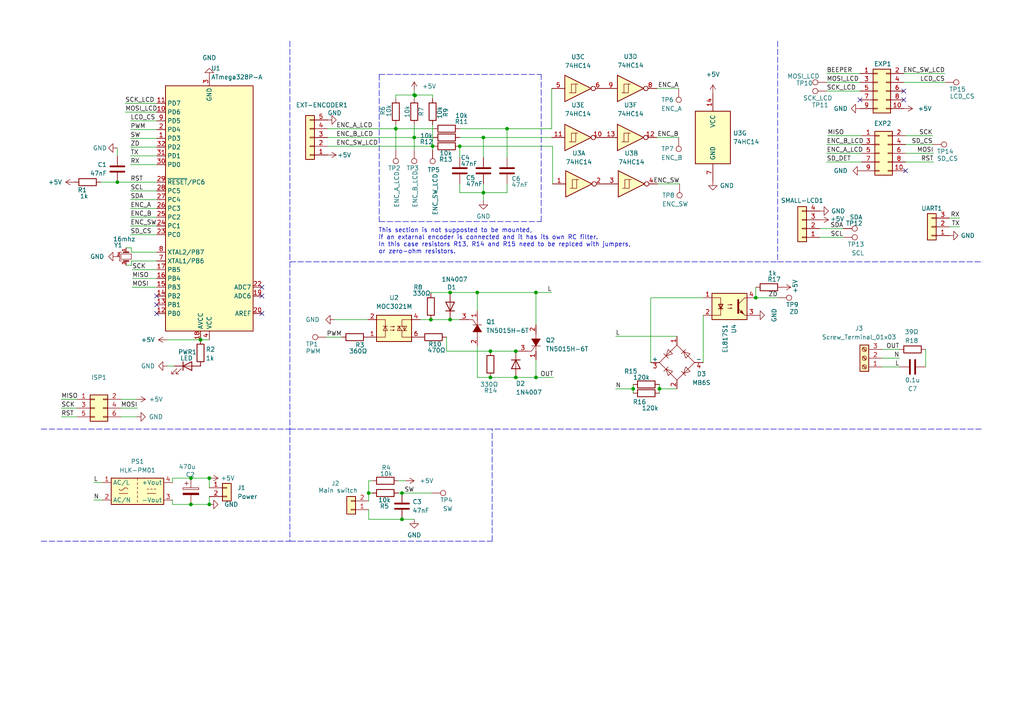
<source format=kicad_sch>
(kicad_sch (version 20211123) (generator eeschema)
  (paper "A4")
  (title_block (title "AVR Spotter shematic") (date "2022-10-09") (rev "1.1"))
  (lib_symbols
    (symbol "74xx:74HC14" (pin_names (offset 1.016))
      (property "Reference" "U" (at 0 1.27 0))
      (property "Value" "74HC14" (at 0 -1.27 0))
      (symbol "74HC14_1_0"
        (pin input line (at -7.62 0 0) (length 3.81) (name "~") (number "1"))
        (pin output inverted (at 7.62 0 180) (length 3.81) (name "~") (number "2"))
      )
      (symbol "74HC14_2_0"
        (pin input line (at -7.62 0 0) (length 3.81) (name "~") (number "3"))
        (pin output inverted (at 7.62 0 180) (length 3.81) (name "~") (number "4"))
      )
      (symbol "74HC14_3_0"
        (pin input line (at -7.62 0 0) (length 3.81) (name "~") (number "5"))
        (pin output inverted (at 7.62 0 180) (length 3.81) (name "~") (number "6"))
      )
      (symbol "74HC14_4_0"
        (pin output inverted (at 7.62 0 180) (length 3.81) (name "~") (number "8"))
        (pin input line (at -7.62 0 0) (length 3.81) (name "~") (number "9"))
      )
      (symbol "74HC14_5_0"
        (pin output inverted (at 7.62 0 180) (length 3.81) (name "~") (number "10"))
        (pin input line (at -7.62 0 0) (length 3.81) (name "~") (number "11"))
      )
      (symbol "74HC14_6_0"
        (pin output inverted (at 7.62 0 180) (length 3.81) (name "~") (number "12"))
        (pin input line (at -7.62 0 0) (length 3.81) (name "~") (number "13"))
      )
      (symbol "74HC14_7_0"
        (pin power_in line (at 0 12.7 270) (length 5.08) (name "VCC") (number "14"))
        (pin power_in line (at 0 -12.7 90) (length 5.08) (name "GND") (number "7"))
      )
    )
    (symbol "Connector:Screw_Terminal_01x03" (pin_names (offset 1.016) hide)
      (property "Reference" "J" (at 0 5.08 0))
      (property "Value" "Screw_Terminal_01x03" (at 0 -5.08 0))
      (symbol "Screw_Terminal_01x03_1_1"
        (pin passive line (at -5.08 2.54 0) (length 3.81) (name "Pin_1") (number "1"))
        (pin passive line (at -5.08 0 0) (length 3.81) (name "Pin_2") (number "2"))
        (pin passive line (at -5.08 -2.54 0) (length 3.81) (name "Pin_3") (number "3"))
      )
    )
    (symbol "Connector:TestPoint" (pin_numbers hide) (pin_names (offset 0.762) hide)
      (property "Reference" "TP" (at 0 6.858 0))
      (property "Value" "TestPoint" (at 0 5.08 0))
      (symbol "TestPoint_1_1"
        (pin passive line (at 0 0 90) (length 2.54) (name "1") (number "1"))
      )
    )
    (symbol "Connector_Generic:Conn_01x02" (pin_names (offset 1.016) hide)
      (property "Reference" "J" (at 0 2.54 0))
      (property "Value" "Conn_01x02" (at 0 -5.08 0))
      (symbol "Conn_01x02_1_1"
        (pin passive line (at -5.08 0 0) (length 3.81) (name "Pin_1") (number "1"))
        (pin passive line (at -5.08 -2.54 0) (length 3.81) (name "Pin_2") (number "2"))
      )
    )
    (symbol "Connector_Generic:Conn_01x03" (pin_names (offset 1.016) hide)
      (property "Reference" "J" (at 0 5.08 0))
      (property "Value" "Conn_01x03" (at 0 -5.08 0))
      (symbol "Conn_01x03_1_1"
        (pin passive line (at -5.08 2.54 0) (length 3.81) (name "Pin_1") (number "1"))
        (pin passive line (at -5.08 0 0) (length 3.81) (name "Pin_2") (number "2"))
        (pin passive line (at -5.08 -2.54 0) (length 3.81) (name "Pin_3") (number "3"))
      )
    )
    (symbol "Connector_Generic:Conn_01x04" (pin_names (offset 1.016) hide)
      (property "Reference" "J" (at 0 5.08 0))
      (property "Value" "Conn_01x04" (at 0 -7.62 0))
      (symbol "Conn_01x04_1_1"
        (pin passive line (at -5.08 2.54 0) (length 3.81) (name "Pin_1") (number "1"))
        (pin passive line (at -5.08 0 0) (length 3.81) (name "Pin_2") (number "2"))
        (pin passive line (at -5.08 -2.54 0) (length 3.81) (name "Pin_3") (number "3"))
        (pin passive line (at -5.08 -5.08 0) (length 3.81) (name "Pin_4") (number "4"))
      )
    )
    (symbol "Connector_Generic:Conn_01x05" (pin_names (offset 1.016) hide)
      (property "Reference" "J" (at 0 7.62 0))
      (property "Value" "Conn_01x05" (at 0 -7.62 0))
      (symbol "Conn_01x05_1_1"
        (pin passive line (at -5.08 5.08 0) (length 3.81) (name "Pin_1") (number "1"))
        (pin passive line (at -5.08 2.54 0) (length 3.81) (name "Pin_2") (number "2"))
        (pin passive line (at -5.08 0 0) (length 3.81) (name "Pin_3") (number "3"))
        (pin passive line (at -5.08 -2.54 0) (length 3.81) (name "Pin_4") (number "4"))
        (pin passive line (at -5.08 -5.08 0) (length 3.81) (name "Pin_5") (number "5"))
      )
    )
    (symbol "Connector_Generic:Conn_02x03_Odd_Even" (pin_names (offset 1.016) hide)
      (property "Reference" "J" (at 1.27 5.08 0))
      (property "Value" "Conn_02x03_Odd_Even" (at 1.27 -5.08 0))
      (symbol "Conn_02x03_Odd_Even_1_1"
        (pin passive line (at -5.08 2.54 0) (length 3.81) (name "Pin_1") (number "1"))
        (pin passive line (at 7.62 2.54 180) (length 3.81) (name "Pin_2") (number "2"))
        (pin passive line (at -5.08 0 0) (length 3.81) (name "Pin_3") (number "3"))
        (pin passive line (at 7.62 0 180) (length 3.81) (name "Pin_4") (number "4"))
        (pin passive line (at -5.08 -2.54 0) (length 3.81) (name "Pin_5") (number "5"))
        (pin passive line (at 7.62 -2.54 180) (length 3.81) (name "Pin_6") (number "6"))
      )
    )
    (symbol "Connector_Generic:Conn_02x05_Odd_Even" (pin_names (offset 1.016) hide)
      (property "Reference" "J" (at 1.27 7.62 0))
      (property "Value" "Conn_02x05_Odd_Even" (at 1.27 -7.62 0))
      (symbol "Conn_02x05_Odd_Even_1_1"
        (pin passive line (at -5.08 5.08 0) (length 3.81) (name "Pin_1") (number "1"))
        (pin passive line (at 7.62 -5.08 180) (length 3.81) (name "Pin_10") (number "10"))
        (pin passive line (at 7.62 5.08 180) (length 3.81) (name "Pin_2") (number "2"))
        (pin passive line (at -5.08 2.54 0) (length 3.81) (name "Pin_3") (number "3"))
        (pin passive line (at 7.62 2.54 180) (length 3.81) (name "Pin_4") (number "4"))
        (pin passive line (at -5.08 0 0) (length 3.81) (name "Pin_5") (number "5"))
        (pin passive line (at 7.62 0 180) (length 3.81) (name "Pin_6") (number "6"))
        (pin passive line (at -5.08 -2.54 0) (length 3.81) (name "Pin_7") (number "7"))
        (pin passive line (at 7.62 -2.54 180) (length 3.81) (name "Pin_8") (number "8"))
        (pin passive line (at -5.08 -5.08 0) (length 3.81) (name "Pin_9") (number "9"))
      )
    )
    (symbol "Converter_ACDC:HLK-PM01"
      (property "Reference" "PS" (at 0 5.08 0))
      (property "Value" "HLK-PM01" (at 0 -5.08 0))
      (symbol "HLK-PM01_1_1"
        (pin power_in line (at -10.16 2.54 0) (length 2.54) (name "AC/L") (number "1"))
        (pin power_in line (at -10.16 -2.54 0) (length 2.54) (name "AC/N") (number "2"))
        (pin power_out line (at 10.16 -2.54 180) (length 2.54) (name "-Vout") (number "3"))
        (pin power_out line (at 10.16 2.54 180) (length 2.54) (name "+Vout") (number "4"))
      )
    )
    (symbol "Device:C" (pin_numbers hide) (pin_names (offset 0.254))
      (property "Reference" "C" (at 0.635 2.54 0))
      (property "Value" "C" (at 0.635 -2.54 0))
      (symbol "C_1_1"
        (pin passive line (at 0 3.81 270) (length 2.794) (name "~") (number "1"))
        (pin passive line (at 0 -3.81 90) (length 2.794) (name "~") (number "2"))
      )
    )
    (symbol "Device:C_Polarized" (pin_numbers hide) (pin_names (offset 0.254))
      (property "Reference" "C" (at 0.635 2.54 0))
      (property "Value" "C_Polarized" (at 0.635 -2.54 0))
      (symbol "C_Polarized_1_1"
        (pin passive line (at 0 3.81 270) (length 2.794) (name "~") (number "1"))
        (pin passive line (at 0 -3.81 90) (length 2.794) (name "~") (number "2"))
      )
    )
    (symbol "Device:Crystal_GND2_Small" (pin_names (offset 1.016) hide)
      (property "Reference" "Y" (at 0 5.08 0))
      (property "Value" "Crystal_GND2_Small" (at 0 3.175 0))
      (symbol "Crystal_GND2_Small_1_1"
        (pin passive line (at -2.54 0 0) (length 1.27) (name "1") (number "1"))
        (pin passive line (at 0 -2.54 90) (length 0.635) (name "2") (number "2"))
        (pin passive line (at 2.54 0 180) (length 1.27) (name "3") (number "3"))
      )
    )
    (symbol "Device:LED" (pin_numbers hide) (pin_names (offset 1.016) hide)
      (property "Reference" "D" (at 0 2.54 0))
      (property "Value" "LED" (at 0 -2.54 0))
      (symbol "LED_1_1"
        (pin passive line (at -3.81 0 0) (length 2.54) (name "K") (number "1"))
        (pin passive line (at 3.81 0 180) (length 2.54) (name "A") (number "2"))
      )
    )
    (symbol "Device:R" (pin_numbers hide) (pin_names (offset 0))
      (property "Reference" "R" (at 2.032 0 90))
      (property "Value" "R" (at 0 0 90))
      (symbol "R_1_1"
        (pin passive line (at 0 3.81 270) (length 1.27) (name "~") (number "1"))
        (pin passive line (at 0 -3.81 90) (length 1.27) (name "~") (number "2"))
      )
    )
    (symbol "Diode:1N4007" (pin_numbers hide) (pin_names hide)
      (property "Reference" "D" (at 0 2.54 0))
      (property "Value" "1N4007" (at 0 -2.54 0))
      (symbol "1N4007_1_1"
        (pin passive line (at -3.81 0 0) (length 2.54) (name "K") (number "1"))
        (pin passive line (at 3.81 0 180) (length 2.54) (name "A") (number "2"))
      )
    )
    (symbol "Diode_Bridge:MB6S" (pin_names (offset 0))
      (property "Reference" "D" (at 2.54 6.985 0))
      (property "Value" "MB6S" (at 2.54 5.08 0))
      (symbol "MB6S_1_1"
        (pin passive line (at 0 -7.62 90) (length 2.54) (name "~") (number "1"))
        (pin passive line (at 0 7.62 270) (length 2.54) (name "~") (number "2"))
        (pin passive line (at 7.62 0 180) (length 2.54) (name "+") (number "3"))
        (pin passive line (at -7.62 0 0) (length 2.54) (name "-") (number "4"))
      )
    )
    (symbol "Isolator:EL817" (pin_names (offset 1.016))
      (property "Reference" "U" (at -5.08 5.08 0))
      (property "Value" "EL817" (at 0 5.08 0))
      (symbol "EL817_1_1"
        (pin passive line (at -7.62 2.54 0) (length 2.54) (name "~") (number "1"))
        (pin passive line (at -7.62 -2.54 0) (length 2.54) (name "~") (number "2"))
        (pin passive line (at 7.62 -2.54 180) (length 2.54) (name "~") (number "3"))
        (pin passive line (at 7.62 2.54 180) (length 2.54) (name "~") (number "4"))
      )
    )
    (symbol "MCU_Microchip_ATmega:ATmega328P-A"
      (property "Reference" "U" (at -12.7 36.83 0))
      (property "Value" "ATmega328P-A" (at 2.54 -36.83 0))
      (symbol "ATmega328P-A_1_1"
        (pin bidirectional line (at 15.24 -20.32 180) (length 2.54) (name "PD3") (number "1"))
        (pin bidirectional line (at 15.24 -27.94 180) (length 2.54) (name "PD6") (number "10"))
        (pin bidirectional line (at 15.24 -30.48 180) (length 2.54) (name "PD7") (number "11"))
        (pin bidirectional line (at 15.24 30.48 180) (length 2.54) (name "PB0") (number "12"))
        (pin bidirectional line (at 15.24 27.94 180) (length 2.54) (name "PB1") (number "13"))
        (pin bidirectional line (at 15.24 25.4 180) (length 2.54) (name "PB2") (number "14"))
        (pin bidirectional line (at 15.24 22.86 180) (length 2.54) (name "PB3") (number "15"))
        (pin bidirectional line (at 15.24 20.32 180) (length 2.54) (name "PB4") (number "16"))
        (pin bidirectional line (at 15.24 17.78 180) (length 2.54) (name "PB5") (number "17"))
        (pin power_in line (at 2.54 38.1 270) (length 2.54) (name "AVCC") (number "18"))
        (pin input line (at -15.24 25.4 0) (length 2.54) (name "ADC6") (number "19"))
        (pin bidirectional line (at 15.24 -22.86 180) (length 2.54) (name "PD4") (number "2"))
        (pin passive line (at -15.24 30.48 0) (length 2.54) (name "AREF") (number "20"))
        (pin passive line (at 0 -38.1 90) (length 2.54) hide (name "GND") (number "21"))
        (pin input line (at -15.24 22.86 0) (length 2.54) (name "ADC7") (number "22"))
        (pin bidirectional line (at 15.24 7.62 180) (length 2.54) (name "PC0") (number "23"))
        (pin bidirectional line (at 15.24 5.08 180) (length 2.54) (name "PC1") (number "24"))
        (pin bidirectional line (at 15.24 2.54 180) (length 2.54) (name "PC2") (number "25"))
        (pin bidirectional line (at 15.24 0 180) (length 2.54) (name "PC3") (number "26"))
        (pin bidirectional line (at 15.24 -2.54 180) (length 2.54) (name "PC4") (number "27"))
        (pin bidirectional line (at 15.24 -5.08 180) (length 2.54) (name "PC5") (number "28"))
        (pin bidirectional line (at 15.24 -7.62 180) (length 2.54) (name "~{RESET}/PC6") (number "29"))
        (pin power_in line (at 0 -38.1 90) (length 2.54) (name "GND") (number "3"))
        (pin bidirectional line (at 15.24 -12.7 180) (length 2.54) (name "PD0") (number "30"))
        (pin bidirectional line (at 15.24 -15.24 180) (length 2.54) (name "PD1") (number "31"))
        (pin bidirectional line (at 15.24 -17.78 180) (length 2.54) (name "PD2") (number "32"))
        (pin power_in line (at 0 38.1 270) (length 2.54) (name "VCC") (number "4"))
        (pin passive line (at 0 -38.1 90) (length 2.54) hide (name "GND") (number "5"))
        (pin passive line (at 0 38.1 270) (length 2.54) hide (name "VCC") (number "6"))
        (pin bidirectional line (at 15.24 15.24 180) (length 2.54) (name "XTAL1/PB6") (number "7"))
        (pin bidirectional line (at 15.24 12.7 180) (length 2.54) (name "XTAL2/PB7") (number "8"))
        (pin bidirectional line (at 15.24 -25.4 180) (length 2.54) (name "PD5") (number "9"))
      )
    )
    (symbol "Relay_SolidState:MOC3021M"
      (property "Reference" "U" (at -5.334 4.826 0))
      (property "Value" "MOC3021M" (at 0 5.08 0))
      (symbol "MOC3021M_1_1"
        (pin passive line (at -7.62 2.54 0) (length 2.54) (name "~") (number "1"))
        (pin passive line (at -7.62 -2.54 0) (length 2.54) (name "~") (number "2"))
        (pin no_connect line (at -5.08 0 0) (length 2.54) hide (name "NC") (number "3"))
        (pin passive line (at 7.62 -2.54 180) (length 2.54) (name "~") (number "4"))
        (pin no_connect line (at 5.08 0 180) (length 2.54) hide (name "NC") (number "5"))
        (pin passive line (at 7.62 2.54 180) (length 2.54) (name "~") (number "6"))
      )
    )
    (symbol "dk_Thyristors-SCRs:TN5015H-6T" (pin_names (offset 0) hide)
      (property "Reference" "D" (at -3.175 2.032 0))
      (property "Value" "TN5015H-6T" (at 1.27 -2.54 0))
      (symbol "TN5015H-6T_1_1"
        (pin passive line (at 0 -5.08 90) (length 2.54) (name "C") (number "1"))
        (pin passive line (at 0 5.08 270) (length 2.54) (name "A") (number "2"))
        (pin input line (at -5.08 -2.54 0) (length 2.54) (name "G") (number "3"))
      )
    )
    (symbol "power:+5V" (power) (pin_names (offset 0))
      (property "Value" "+5V" (at 0 3.556 0))
      (symbol "+5V_1_1"
        (pin power_in line (at 0 0 90) (length 0) hide (name "+5V") (number "1"))
      )
    )
    (symbol "power:GND" (power) (pin_names (offset 0))
      (property "Value" "GND" (at 0 -3.81 0))
      (symbol "GND_1_1"
        (pin power_in line (at 0 0 270) (length 0) hide (name "GND") (number "1"))
      )
    )
  )
  (junction (at 191.262 112.776))
  (junction (at 120.396 27.686))
  (junction (at 183.642 112.776))
  (junction (at 130.556 84.836))
  (junction (at 114.808 37.338))
  (junction (at 140.208 39.878))
  (junction (at 55.372 146.304))
  (junction (at 116.586 150.622))
  (junction (at 142.24 109.474))
  (junction (at 120.142 27.559))
  (junction (at 106.934 143.002))
  (junction (at 34.036 52.832))
  (junction (at 116.586 143.002))
  (junction (at 147.066 37.338))
  (junction (at 138.43 84.836))
  (junction (at 120.142 39.878))
  (junction (at 55.372 138.684))
  (junction (at 219.202 86.36))
  (junction (at 155.448 84.836))
  (junction (at 155.448 109.474))
  (junction (at 142.24 101.854))
  (junction (at 149.606 109.474))
  (junction (at 58.166 98.552))
  (junction (at 60.706 138.684))
  (junction (at 133.35 42.418))
  (junction (at 60.706 146.304))
  (junction (at 149.606 101.854))
  (junction (at 124.968 92.71))
  (junction (at 125.476 42.418))
  (junction (at 130.556 92.71))
  (junction (at 140.208 55.88))
  (no_connect (at 262.128 28.956))
  (no_connect (at 262.128 26.416))
  (no_connect (at 249.428 28.956))
  (no_connect (at 45.466 90.932))
  (no_connect (at 75.946 83.312))
  (no_connect (at 45.466 85.852))
  (no_connect (at 262.636 49.53))
  (no_connect (at 75.946 85.852))
  (no_connect (at 45.466 88.392))
  (no_connect (at 75.946 90.932))
  (wire (pts (xy 125.476 43.434) (xy 125.476 42.418)))
  (wire (pts (xy 120.142 43.434) (xy 120.142 39.878)))
  (wire (pts (xy 160.02 37.338) (xy 147.066 37.338)))
  (wire (pts (xy 38.354 80.772) (xy 45.466 80.772)))
  (wire (pts (xy 50.038 145.034) (xy 50.038 146.304)))
  (wire (pts (xy 17.78 118.364) (xy 22.352 118.364)))
  (wire (pts (xy 183.642 111.506) (xy 183.642 112.776)))
  (wire (pts (xy 196.85 39.878) (xy 190.5 39.878)))
  (wire (pts (xy 94.996 42.418) (xy 125.476 42.418)))
  (wire (pts (xy 36.576 71.882) (xy 38.1 71.882)))
  (wire (pts (xy 270.51 39.37) (xy 262.636 39.37)))
  (wire (pts (xy 225.552 86.36) (xy 219.202 86.36)))
  (wire (pts (xy 120.396 27.686) (xy 120.142 28.575)))
  (wire (pts (xy 60.706 141.478) (xy 60.706 138.684)))
  (wire (pts (xy 38.1 75.692) (xy 45.466 75.692)))
  (wire (pts (xy 58.166 98.552) (xy 60.706 98.552)))
  (wire (pts (xy 125.476 42.418) (xy 125.73 42.418)))
  (wire (pts (xy 138.43 109.474) (xy 142.24 109.474)))
  (wire (pts (xy 37.846 35.052) (xy 45.466 35.052)))
  (wire (pts (xy 120.142 26.289) (xy 120.142 27.559)))
  (wire (pts (xy 37.846 62.992) (xy 45.466 62.992)))
  (wire (pts (xy 188.722 86.36) (xy 203.962 86.36)))
  (wire (pts (xy 140.208 39.878) (xy 160.02 39.878)))
  (wire (pts (xy 140.208 55.88) (xy 140.208 53.34)))
  (wire (pts (xy 37.846 60.452) (xy 45.466 60.452)))
  (wire (pts (xy 114.808 37.338) (xy 125.73 37.338)))
  (wire (pts (xy 278.384 63.246) (xy 275.336 63.246)))
  (polyline (pts (xy 156.972 64.262) (xy 156.972 21.59)))
  (wire (pts (xy 106.934 139.446) (xy 106.934 143.002)))
  (polyline (pts (xy 11.938 124.46) (xy 84.074 124.46)))
  (wire (pts (xy 114.808 28.575) (xy 114.808 27.559)))
  (wire (pts (xy 155.448 94.234) (xy 155.448 84.836)))
  (wire (pts (xy 38.354 78.232) (xy 45.466 78.232)))
  (wire (pts (xy 39.878 118.364) (xy 35.052 118.364)))
  (wire (pts (xy 130.556 84.836) (xy 130.556 85.09)))
  (wire (pts (xy 270.51 41.91) (xy 262.636 41.91)))
  (wire (pts (xy 278.384 65.786) (xy 275.336 65.786)))
  (polyline (pts (xy 142.748 156.972) (xy 142.748 124.46)))
  (wire (pts (xy 37.846 40.132) (xy 45.466 40.132)))
  (wire (pts (xy 37.846 37.592) (xy 45.466 37.592)))
  (wire (pts (xy 133.35 55.88) (xy 140.208 55.88)))
  (wire (pts (xy 239.776 41.91) (xy 249.936 41.91)))
  (wire (pts (xy 38.1 76.962) (xy 38.1 75.692)))
  (wire (pts (xy 160.274 42.418) (xy 133.35 42.418)))
  (wire (pts (xy 147.066 53.34) (xy 147.066 55.88)))
  (polyline (pts (xy 84.074 124.46) (xy 84.074 156.972)))
  (wire (pts (xy 60.706 144.018) (xy 60.706 146.304)))
  (wire (pts (xy 37.846 68.072) (xy 45.466 68.072)))
  (wire (pts (xy 114.808 27.559) (xy 120.142 27.559)))
  (wire (pts (xy 155.448 84.836) (xy 138.43 84.836)))
  (wire (pts (xy 191.262 112.776) (xy 196.342 112.776)))
  (wire (pts (xy 188.722 86.36) (xy 188.722 105.156)))
  (polyline (pts (xy 84.074 156.972) (xy 142.748 156.972)))
  (polyline (pts (xy 225.552 75.946) (xy 284.988 75.946)))
  (wire (pts (xy 147.066 37.338) (xy 147.066 45.72)))
  (wire (pts (xy 133.35 53.34) (xy 133.35 55.88)))
  (wire (pts (xy 37.846 55.372) (xy 45.466 55.372)))
  (polyline (pts (xy 84.074 11.938) (xy 84.074 124.46)))
  (wire (pts (xy 120.142 39.878) (xy 125.73 39.878)))
  (wire (pts (xy 149.606 109.474) (xy 155.448 109.474)))
  (wire (pts (xy 39.624 115.824) (xy 35.052 115.824)))
  (wire (pts (xy 106.934 150.622) (xy 116.586 150.622)))
  (wire (pts (xy 219.202 86.36) (xy 219.202 83.312)))
  (wire (pts (xy 196.85 25.654) (xy 190.5 25.654)))
  (wire (pts (xy 191.262 111.506) (xy 191.262 112.776)))
  (wire (pts (xy 138.43 84.836) (xy 130.556 84.836)))
  (wire (pts (xy 60.706 146.304) (xy 55.372 146.304)))
  (wire (pts (xy 239.776 46.99) (xy 249.936 46.99)))
  (wire (pts (xy 197.104 53.34) (xy 190.754 53.34)))
  (wire (pts (xy 129.54 97.79) (xy 129.54 101.854)))
  (wire (pts (xy 27.178 145.034) (xy 29.718 145.034)))
  (wire (pts (xy 94.996 37.338) (xy 114.808 37.338)))
  (wire (pts (xy 38.1 73.152) (xy 45.466 73.152)))
  (wire (pts (xy 203.962 91.44) (xy 203.962 105.156)))
  (wire (pts (xy 48.514 106.172) (xy 50.546 106.172)))
  (wire (pts (xy 260.858 103.886) (xy 255.778 103.886)))
  (wire (pts (xy 121.92 92.71) (xy 124.968 92.71)))
  (wire (pts (xy 94.742 97.79) (xy 99.06 97.79)))
  (wire (pts (xy 155.448 84.836) (xy 160.02 84.836)))
  (wire (pts (xy 38.354 83.312) (xy 45.466 83.312)))
  (wire (pts (xy 240.03 39.37) (xy 249.936 39.37)))
  (wire (pts (xy 37.846 47.752) (xy 45.466 47.752)))
  (wire (pts (xy 270.764 46.99) (xy 262.636 46.99)))
  (wire (pts (xy 124.968 84.836) (xy 130.556 84.836)))
  (wire (pts (xy 239.776 23.876) (xy 249.428 23.876)))
  (wire (pts (xy 116.586 150.622) (xy 120.142 150.622)))
  (wire (pts (xy 140.208 58.166) (xy 140.208 55.88)))
  (polyline (pts (xy 109.982 21.59) (xy 156.972 21.59)))
  (polyline (pts (xy 11.938 156.972) (xy 84.074 156.972)))
  (wire (pts (xy 50.038 146.304) (xy 55.372 146.304)))
  (wire (pts (xy 244.602 68.834) (xy 237.744 68.834)))
  (wire (pts (xy 115.57 143.002) (xy 116.586 143.002)))
  (wire (pts (xy 124.968 85.09) (xy 124.968 84.836)))
  (polyline (pts (xy 109.982 21.59) (xy 109.982 64.262)))
  (wire (pts (xy 37.846 65.532) (xy 45.466 65.532)))
  (wire (pts (xy 117.602 139.446) (xy 115.57 139.446)))
  (wire (pts (xy 106.934 143.002) (xy 106.934 145.288)))
  (wire (pts (xy 191.262 112.776) (xy 191.262 114.046)))
  (polyline (pts (xy 225.552 11.938) (xy 225.552 75.946)))
  (wire (pts (xy 34.036 42.926) (xy 34.036 45.212)))
  (wire (pts (xy 36.322 29.972) (xy 45.466 29.972)))
  (wire (pts (xy 270.764 44.45) (xy 262.636 44.45)))
  (wire (pts (xy 133.35 45.72) (xy 133.35 42.418)))
  (wire (pts (xy 155.448 109.474) (xy 160.528 109.474)))
  (wire (pts (xy 142.24 109.474) (xy 149.606 109.474)))
  (wire (pts (xy 150.368 101.854) (xy 149.606 101.854)))
  (wire (pts (xy 274.066 23.876) (xy 262.128 23.876)))
  (wire (pts (xy 50.038 139.954) (xy 50.038 138.684)))
  (wire (pts (xy 37.846 57.912) (xy 45.466 57.912)))
  (wire (pts (xy 124.968 92.71) (xy 130.556 92.71)))
  (wire (pts (xy 34.036 52.832) (xy 45.466 52.832)))
  (polyline (pts (xy 84.074 75.946) (xy 225.552 75.946)))
  (wire (pts (xy 142.24 101.854) (xy 149.606 101.854)))
  (wire (pts (xy 38.1 71.882) (xy 38.1 73.152)))
  (wire (pts (xy 107.95 143.002) (xy 106.934 143.002)))
  (wire (pts (xy 130.556 92.71) (xy 133.35 92.71)))
  (wire (pts (xy 155.448 104.394) (xy 155.448 109.474)))
  (wire (pts (xy 178.562 112.776) (xy 183.642 112.776)))
  (polyline (pts (xy 84.074 124.46) (xy 284.988 124.46)))
  (wire (pts (xy 48.514 98.552) (xy 58.166 98.552)))
  (wire (pts (xy 147.066 55.88) (xy 140.208 55.88)))
  (wire (pts (xy 160.02 25.654) (xy 160.02 37.338)))
  (wire (pts (xy 125.476 27.559) (xy 125.476 28.575)))
  (wire (pts (xy 94.996 39.878) (xy 120.142 39.878)))
  (wire (pts (xy 29.21 52.832) (xy 34.036 52.832)))
  (wire (pts (xy 106.934 147.828) (xy 106.934 150.622)))
  (wire (pts (xy 138.43 90.17) (xy 138.43 84.836)))
  (wire (pts (xy 116.586 143.002) (xy 125.222 143.002)))
  (wire (pts (xy 138.43 109.474) (xy 138.43 100.33)))
  (wire (pts (xy 114.808 43.434) (xy 114.808 37.338)))
  (wire (pts (xy 178.562 97.536) (xy 196.342 97.536)))
  (wire (pts (xy 50.038 138.684) (xy 55.372 138.684)))
  (wire (pts (xy 39.624 120.904) (xy 35.052 120.904)))
  (wire (pts (xy 244.602 66.294) (xy 237.744 66.294)))
  (wire (pts (xy 129.54 101.854) (xy 142.24 101.854)))
  (wire (pts (xy 183.642 112.776) (xy 183.642 114.046)))
  (wire (pts (xy 133.35 37.338) (xy 147.066 37.338)))
  (wire (pts (xy 268.478 101.346) (xy 268.478 106.426)))
  (wire (pts (xy 120.142 36.195) (xy 120.142 39.878)))
  (wire (pts (xy 17.78 120.904) (xy 22.352 120.904)))
  (wire (pts (xy 274.066 21.336) (xy 262.128 21.336)))
  (wire (pts (xy 120.142 27.559) (xy 120.396 27.686)))
  (wire (pts (xy 27.178 139.954) (xy 29.718 139.954)))
  (wire (pts (xy 239.776 44.45) (xy 249.936 44.45)))
  (wire (pts (xy 255.778 106.426) (xy 260.858 106.426)))
  (wire (pts (xy 239.776 26.416) (xy 249.428 26.416)))
  (wire (pts (xy 36.322 32.512) (xy 45.466 32.512)))
  (wire (pts (xy 36.576 76.962) (xy 38.1 76.962)))
  (wire (pts (xy 37.846 45.212) (xy 45.466 45.212)))
  (wire (pts (xy 60.706 138.684) (xy 55.372 138.684)))
  (wire (pts (xy 125.476 36.195) (xy 125.476 42.418)))
  (wire (pts (xy 255.778 101.346) (xy 260.858 101.346)))
  (wire (pts (xy 120.142 27.559) (xy 125.476 27.559)))
  (wire (pts (xy 133.35 39.878) (xy 140.208 39.878)))
  (wire (pts (xy 97.028 92.71) (xy 106.68 92.71)))
  (wire (pts (xy 17.78 115.824) (xy 22.352 115.824)))
  (wire (pts (xy 37.846 42.672) (xy 45.466 42.672)))
  (wire (pts (xy 107.95 139.446) (xy 106.934 139.446)))
  (wire (pts (xy 114.808 36.195) (xy 114.808 37.338)))
  (wire (pts (xy 239.776 21.336) (xy 249.428 21.336)))
  (wire (pts (xy 160.274 53.34) (xy 160.274 42.418)))
  (wire (pts (xy 140.208 39.878) (xy 140.208 45.72)))
  (polyline (pts (xy 109.982 64.262) (xy 156.972 64.262)))
  (text "This section is not supposted to be mounted,\nif an extarnal encoder is connected and it has its own RC filter.\nIn this case resistors R13, R14 and R15 need to be replced with jumpers,\nor zero-ohm resistors." (at 109.728 73.787 0) (effects (font (size 1.27 1.27)) (justify left bottom)))
  (label "ZD" (at 37.846 42.672 0))
  (label "ENC_A" (at 37.846 60.452 0))
  (label "SD_CS" (at 37.846 68.072 0))
  (label "MOSI" (at 39.878 118.364 180))
  (label "SCK_LCD" (at 36.322 29.972 0))
  (label "SCL" (at 244.602 68.834 180))
  (label "MISO" (at 240.03 39.37 0))
  (label "SDA" (at 244.602 66.294 180))
  (label "LCD_CS" (at 274.066 23.876 180))
  (label "TX" (at 278.384 65.786 180))
  (label "ZD" (at 225.552 86.36 180))
  (label "RX" (at 278.384 63.246 180))
  (label "MOSI" (at 270.764 44.45 180))
  (label "SDA" (at 37.846 57.912 0))
  (label "ENC_B" (at 196.85 39.878 180))
  (label "L" (at 160.02 84.836 180))
  (label "PWM" (at 94.742 97.79 0))
  (label "L" (at 27.178 139.954 0))
  (label "ENC_A" (at 196.85 25.654 180))
  (label "RST" (at 17.78 120.904 0))
  (label "SD_DET" (at 239.776 46.99 0))
  (label "SCK" (at 270.51 39.37 180))
  (label "N" (at 260.858 103.886 180))
  (label "SCK" (at 17.78 118.364 0))
  (label "MOSI_LCD" (at 36.322 32.512 0))
  (label "SW" (at 37.846 40.132 0))
  (label "SW" (at 120.142 143.002 180))
  (label "MISO" (at 38.354 80.772 0))
  (label "RST" (at 37.846 52.832 0))
  (label "L" (at 178.562 97.536 0))
  (label "ENC_A_LCD" (at 239.776 44.45 0))
  (label "RX" (at 37.846 47.752 0))
  (label "MOSI_LCD" (at 239.776 23.876 0))
  (label "ENC_B_LCD" (at 239.776 41.91 0))
  (label "ENC_SW" (at 37.846 65.532 0))
  (label "ENC_SW" (at 197.104 53.34 180))
  (label "N" (at 178.562 112.776 0))
  (label "SCK_LCD" (at 239.776 26.416 0))
  (label "LCD_CS" (at 37.846 35.052 0))
  (label "TX" (at 37.846 45.212 0))
  (label "ENC_SW_LCD" (at 97.536 42.418 0))
  (label "MISO" (at 17.78 115.824 0))
  (label "ENC_A_LCD" (at 97.536 37.338 0))
  (label "ENC_B" (at 37.846 62.992 0))
  (label "ENC_B_LCD" (at 97.536 39.878 0))
  (label "L" (at 260.858 106.426 180))
  (label "ENC_SW_LCD" (at 274.066 21.336 180))
  (label "PWM" (at 37.846 37.592 0))
  (label "RST" (at 270.764 46.99 180))
  (label "SCK" (at 38.354 78.232 0))
  (label "MOSI" (at 38.354 83.312 0))
  (label "OUT" (at 260.858 101.346 180))
  (label "SCL" (at 37.846 55.372 0))
  (label "SD_CS" (at 270.51 41.91 180))
  (label "BEEPER" (at 239.776 21.336 0))
  (label "N" (at 27.178 145.034 0))
  (label "OUT" (at 160.528 109.474 180))
  (symbol (lib_id "dk_Thyristors-SCRs:TN5015H-6T") (at 155.448 99.314 0) (unit 1)
    (property "Reference" "Q2" (at 158.242 98.6789 0) (effects (justify left)))
    (property "Value" "TN5015H-6T" (at 158.242 101.2189 0) (effects (justify left)))
    (property "Footprint" "digikey-footprints:TO-220-3" (effects hide))
    (property "Datasheet" "https://www.st.com/resource/en/datasheet/tn5015h-6t.pdf" (effects hide))
    (property "Digi-Key_PN" "497-17607-ND" (effects hide))
    (property "MPN" "TN5015H-6T" (effects hide))
    (property "Category" "Discrete Semiconductor Products" (effects hide))
    (property "Family" "Thyristors - SCRs" (effects hide))
    (property "DK_Datasheet_Link" "https://www.st.com/resource/en/datasheet/tn5015h-6t.pdf" (effects hide))
    (property "DK_Detail_Page" "https://www.st.com/en/thyristors-scr-and-ac-switches/tn5015h-6t.html" (effects hide))
    (property "Description" "THYRISTOR SCR 50A 600V TO220AB" (effects hide))
    (property "Manufacturer" "STMicroelectronics" (effects hide))
    (property "Status" "Active" (effects hide))
  )
  (symbol (lib_id "power:+5V") (at 237.744 63.754 270) (unit 1)
    (property "Reference" "#PWR023" (effects hide))
    (property "Value" "+5V" (at 240.792 63.5 90) (effects (justify left)))
  )
  (symbol (lib_id "74xx:74HC14") (at 167.64 39.878 0) (unit 5)
    (property "Reference" "U3" (at 167.64 30.48 0))
    (property "Value" "74HC14" (at 167.64 33.02 0))
    (property "Footprint" "Package_SO:SO-14_3.9x8.65mm_P1.27mm" (effects hide))
    (property "Datasheet" "http://www.ti.com/lit/gpn/sn74HC14" (effects hide))
  )
  (symbol (lib_id "Device:R") (at 223.012 83.312 90) (mirror x) (unit 1)
    (property "Reference" "R17" (at 224.536 81.026 90))
    (property "Value" "1k" (at 224.028 79.248 90))
    (property "Footprint" "Resistor_SMD:R_0603_1608Metric_Pad0.98x0.95mm_HandSolder" (effects hide))
  )
  (symbol (lib_id "Device:Crystal_GND2_Small") (at 36.576 74.422 270) (unit 1)
    (property "Reference" "Y1" (at 33.02 71.12 90) (effects (justify left)))
    (property "Value" "16mhz" (at 32.766 69.342 90) (effects (justify left)))
    (property "Footprint" "Crystal:Resonator_SMD_Murata_CSTxExxV-3Pin_3.0x1.1mm" (effects hide))
  )
  (symbol (lib_id "power:GND") (at 237.744 61.214 90) (unit 1)
    (property "Reference" "#PWR022" (effects hide))
    (property "Value" "GND" (at 241.046 61.2139 90) (effects (justify right)))
  )
  (symbol (lib_id "Connector:TestPoint") (at 196.85 39.878 180) (unit 1)
    (property "Reference" "TP7" (at 191.77 43.18 0) (effects (justify right)))
    (property "Value" "ENC_B" (at 191.77 45.72 0) (effects (justify right)))
    (property "Footprint" "TestPoint:TestPoint_Pad_D1.0mm" (effects hide))
  )
  (symbol (lib_id "Device:C") (at 133.35 49.53 0) (unit 1)
    (property "Reference" "C4" (at 133.604 45.72 0) (effects (justify left)))
    (property "Value" "47nF" (at 133.604 47.498 0) (effects (justify left)))
    (property "Footprint" "Capacitor_SMD:C_0603_1608Metric" (effects hide))
  )
  (symbol (lib_id "Connector:Screw_Terminal_01x03") (at 250.698 103.886 180) (unit 1)
    (property "Reference" "J3" (at 249.174 95.25 0))
    (property "Value" "Screw_Terminal_01x03" (at 249.174 97.79 0))
    (property "Footprint" "Connector_Phoenix_GMSTB:PhoenixContact_GMSTBA_2,5_3-G-7,62_1x03_P7.62mm_Horizontal" (effects hide))
  )
  (symbol (lib_id "power:GND") (at 94.996 34.798 90) (unit 1)
    (property "Reference" "#PWR011" (effects hide))
    (property "Value" "GND" (at 94.996 32.766 90) (effects (justify right)))
  )
  (symbol (lib_id "Connector_Generic:Conn_01x05") (at 89.916 39.878 180) (unit 1)
    (property "Reference" "EXT-ENCODER1" (at 93.345 30.48 0))
    (property "Value" "Conn_01x05" (effects hide))
    (property "Footprint" "Connector_JST:JST_XH_B5B-XH-A_1x05_P2.50mm_Vertical" (effects hide))
  )
  (symbol (lib_id "74xx:74HC14") (at 182.88 39.878 0) (unit 6)
    (property "Reference" "U3" (at 182.88 30.48 0))
    (property "Value" "74HC14" (at 182.88 33.02 0))
    (property "Footprint" "Package_SO:SO-14_3.9x8.65mm_P1.27mm" (effects hide))
    (property "Datasheet" "http://www.ti.com/lit/gpn/sn74HC14" (effects hide))
  )
  (symbol (lib_id "Isolator:EL817") (at 211.582 88.9 0) (unit 1)
    (property "Reference" "U4" (at 212.8521 93.98 90) (effects (justify right)))
    (property "Value" "EL817S1" (at 210.3121 93.98 90) (effects (justify right)))
    (property "Footprint" "digikey-footprints:SMD-4_4.6x6.5mm_P2.54mm" (effects hide))
    (property "Datasheet" "http://www.everlight.com/file/ProductFile/EL817.pdf" (effects hide))
  )
  (symbol (lib_id "Device:LED") (at 54.356 106.172 0) (unit 1)
    (property "Reference" "PWR1" (at 54.356 102.108 0))
    (property "Value" "LED" (at 54.102 103.886 0))
    (property "Footprint" "LED_SMD:LED_0603_1608Metric" (effects hide))
  )
  (symbol (lib_id "power:GND") (at 275.336 68.326 90) (unit 1)
    (property "Reference" "#PWR027" (effects hide))
    (property "Value" "GND" (at 278.638 68.3259 90) (effects (justify right)))
  )
  (symbol (lib_id "power:+5V") (at 60.706 138.684 270) (unit 1)
    (property "Reference" "#PWR09" (effects hide))
    (property "Value" "+5V" (at 64.008 138.6839 90) (effects (justify left)))
  )
  (symbol (lib_id "power:+5V") (at 39.624 115.824 270) (unit 1)
    (property "Reference" "#PWR04" (effects hide))
    (property "Value" "+5V" (at 43.18 115.8239 90) (effects (justify left)))
  )
  (symbol (lib_id "Device:R") (at 264.668 101.346 90) (mirror x) (unit 1)
    (property "Reference" "R18" (at 264.414 98.806 90))
    (property "Value" "39Ω" (at 264.414 96.266 90))
    (property "Footprint" "Resistor_SMD:R_1210_3225Metric" (effects hide))
  )
  (symbol (lib_id "Connector_Generic:Conn_02x03_Odd_Even") (at 27.432 118.364 0) (unit 1)
    (property "Reference" "ISP1" (at 28.702 109.474 0))
    (property "Value" "ISP" (effects hide))
    (property "Footprint" "Connector_PinHeader_2.54mm:PinHeader_2x03_P2.54mm_Vertical" (effects hide))
  )
  (symbol (lib_id "Device:R") (at 102.87 97.79 90) (unit 1)
    (property "Reference" "R3" (at 104.394 100.076 90))
    (property "Value" "360Ω" (at 103.886 101.854 90))
    (property "Footprint" "Resistor_SMD:R_0603_1608Metric_Pad0.98x0.95mm_HandSolder" (effects hide))
  )
  (symbol (lib_id "power:+5V") (at 226.822 83.312 270) (unit 1)
    (property "Reference" "#PWR021" (effects hide))
    (property "Value" "+5V" (at 230.632 83.058 0))
  )
  (symbol (lib_id "power:GND") (at 39.624 120.904 90) (unit 1)
    (property "Reference" "#PWR05" (effects hide))
    (property "Value" "GND" (at 43.18 120.9039 90) (effects (justify right)))
  )
  (symbol (lib_id "Connector_Generic:Conn_02x05_Odd_Even") (at 254.508 26.416 0) (unit 1)
    (property "Reference" "EXP1" (at 256.032 18.542 0))
    (property "Value" "EXP1" (effects hide))
    (property "Footprint" "Connector_IDC:IDC-Header_2x05_P2.54mm_Vertical" (effects hide))
  )
  (symbol (lib_id "power:GND") (at 48.514 106.172 270) (unit 1)
    (property "Reference" "#PWR07" (effects hide))
    (property "Value" "GND" (at 44.958 106.1719 90) (effects (justify right)))
  )
  (symbol (lib_id "Connector_Generic:Conn_01x03") (at 270.256 65.786 180) (unit 1)
    (property "Reference" "UART1" (at 270.256 60.452 0))
    (property "Value" "Conn_01x03" (effects hide))
    (property "Footprint" "Connector_PinHeader_2.54mm:PinHeader_1x03_P2.54mm_Vertical" (effects hide))
  )
  (symbol (lib_id "Connector_Generic:Conn_01x02") (at 65.786 141.478 0) (unit 1)
    (property "Reference" "J1" (at 68.834 141.4779 0) (effects (justify left)))
    (property "Value" "Power" (at 68.834 144.0179 0) (effects (justify left)))
    (property "Footprint" "Connector_JST:JST_XH_B2B-XH-A_1x02_P2.50mm_Vertical" (effects hide))
  )
  (symbol (lib_id "power:GND") (at 97.028 92.71 270) (mirror x) (unit 1)
    (property "Reference" "#PWR013" (effects hide))
    (property "Value" "GND" (at 92.71 92.7099 90) (effects (justify right)))
  )
  (symbol (lib_id "Connector_Generic:Conn_01x02") (at 101.854 147.828 180) (unit 1)
    (property "Reference" "J2" (at 97.282 140.208 0))
    (property "Value" "Main switch" (at 98.044 142.24 0))
    (property "Footprint" "Connector_JST:JST_XH_B2B-XH-A_1x02_P2.50mm_Vertical" (effects hide))
  )
  (symbol (lib_id "Converter_ACDC:HLK-PM01") (at 39.878 142.494 0) (unit 1)
    (property "Reference" "PS1" (at 39.878 133.858 0))
    (property "Value" "HLK-PM01" (at 39.878 136.398 0))
    (property "Footprint" "Converter_ACDC:Converter_ACDC_HiLink_HLK-PMxx" (effects hide))
    (property "Datasheet" "http://www.hlktech.net/product_detail.php?ProId=54" (effects hide))
  )
  (symbol (lib_id "Device:C") (at 116.586 146.812 0) (unit 1)
    (property "Reference" "C3" (at 119.634 145.5419 0) (effects (justify left)))
    (property "Value" "47nF" (at 119.634 148.0819 0) (effects (justify left)))
    (property "Footprint" "Capacitor_SMD:C_0603_1608Metric" (effects hide))
  )
  (symbol (lib_id "Device:R") (at 114.808 32.385 0) (unit 1)
    (property "Reference" "R6" (at 110.998 32.131 90))
    (property "Value" "10k" (at 112.776 32.131 90))
    (property "Footprint" "Resistor_SMD:R_0603_1608Metric" (effects hide))
  )
  (symbol (lib_id "Connector:TestPoint") (at 125.476 43.434 180) (unit 1)
    (property "Reference" "TP5" (at 123.952 49.276 0) (effects (justify right)))
    (property "Value" "ENC_SW_LCD" (at 126.238 50.292 90) (effects (justify left)))
    (property "Footprint" "TestPoint:TestPoint_Pad_D1.0mm" (effects hide))
  )
  (symbol (lib_id "Connector:TestPoint") (at 125.222 143.002 270) (unit 1)
    (property "Reference" "TP4" (at 131.318 145.034 90) (effects (justify right)))
    (property "Value" "SW" (at 131.318 147.574 90) (effects (justify right)))
    (property "Footprint" "TestPoint:TestPoint_Pad_D1.0mm" (effects hide))
  )
  (symbol (lib_id "power:+5V") (at 117.602 139.446 270) (unit 1)
    (property "Reference" "#PWR014" (effects hide))
    (property "Value" "+5V" (at 121.666 139.4459 90) (effects (justify left)))
  )
  (symbol (lib_id "Connector:TestPoint") (at 114.808 43.434 180) (unit 1)
    (property "Reference" "TP2" (at 112.522 48.768 0) (effects (justify right)))
    (property "Value" "ENC_A_LCD" (at 115.062 60.198 90) (effects (justify right)))
    (property "Footprint" "TestPoint:TestPoint_Pad_D1.0mm" (effects hide))
  )
  (symbol (lib_id "Connector:TestPoint") (at 239.776 26.416 90) (unit 1)
    (property "Reference" "TP11" (at 235.458 30.48 90) (effects (justify right)))
    (property "Value" "SCK_LCD" (at 232.918 28.448 90) (effects (justify right)))
    (property "Footprint" "TestPoint:TestPoint_Pad_D1.0mm" (effects hide))
  )
  (symbol (lib_id "Device:R") (at 125.73 97.79 270) (mirror x) (unit 1)
    (property "Reference" "R10" (at 124.206 99.822 90) (effects (justify left)))
    (property "Value" "470Ω" (at 123.952 101.6 90) (effects (justify left)))
    (property "Footprint" "Resistor_SMD:R_1210_3225Metric_Pad1.30x2.65mm_HandSolder" (effects hide))
    (property "LCSC Part" "C473642" (effects hide))
  )
  (symbol (lib_id "Device:R") (at 129.54 42.418 90) (unit 1)
    (property "Reference" "R13" (at 129.286 46.228 90))
    (property "Value" "10k" (at 129.286 44.45 90))
    (property "Footprint" "Resistor_SMD:R_0603_1608Metric" (effects hide))
  )
  (symbol (lib_id "Connector:TestPoint") (at 94.742 97.79 90) (mirror x) (unit 1)
    (property "Reference" "TP1" (at 88.646 99.822 90) (effects (justify right)))
    (property "Value" "PWM" (at 88.646 101.854 90) (effects (justify right)))
    (property "Footprint" "TestPoint:TestPoint_Pad_D1.0mm" (effects hide))
  )
  (symbol (lib_id "Device:R") (at 25.4 52.832 270) (mirror x) (unit 1)
    (property "Reference" "R1" (at 23.876 55.118 90))
    (property "Value" "1k" (at 24.384 56.896 90))
    (property "Footprint" "Resistor_SMD:R_0603_1608Metric_Pad0.98x0.95mm_HandSolder" (effects hide))
  )
  (symbol (lib_id "Device:R") (at 58.166 102.362 0) (unit 1)
    (property "Reference" "R2" (at 59.69 101.346 0) (effects (justify left)))
    (property "Value" "1k" (at 59.69 103.886 0) (effects (justify left)))
    (property "Footprint" "Resistor_SMD:R_0603_1608Metric_Pad0.98x0.95mm_HandSolder" (effects hide))
  )
  (symbol (lib_id "power:GND") (at 249.936 49.53 270) (unit 1)
    (property "Reference" "#PWR025" (effects hide))
    (property "Value" "GND" (at 245.872 49.5301 90) (effects (justify right)))
  )
  (symbol (lib_id "power:+5V") (at 206.756 27.178 0) (unit 1)
    (property "Reference" "#PWR018" (effects hide))
    (property "Value" "+5V" (at 206.756 21.59 0))
  )
  (symbol (lib_id "Diode:1N4007") (at 149.606 105.664 270) (unit 1)
    (property "Reference" "D2" (at 149.606 111.252 90) (effects (justify left)))
    (property "Value" "1N4007" (at 149.606 113.792 90) (effects (justify left)))
    (property "Footprint" "Diode_SMD:D_SMA" (effects hide))
    (property "Datasheet" "http://www.vishay.com/docs/88503/1n4001.pdf" (effects hide))
    (property "LCSC Part" "C727081" (effects hide))
  )
  (symbol (lib_id "Device:R") (at 111.76 143.002 90) (unit 1)
    (property "Reference" "R5" (at 111.506 146.812 90))
    (property "Value" "10k" (at 111.506 145.034 90))
    (property "Footprint" "Resistor_SMD:R_0603_1608Metric" (effects hide))
  )
  (symbol (lib_id "Device:R") (at 142.24 105.664 0) (mirror y) (unit 1)
    (property "Reference" "R14" (at 144.272 113.284 0) (effects (justify left)))
    (property "Value" "330Ω" (at 144.526 111.506 0) (effects (justify left)))
    (property "Footprint" "Resistor_SMD:R_1206_3216Metric_Pad1.30x1.75mm_HandSolder" (effects hide))
    (property "LCSC Part" "C25374" (effects hide))
  )
  (symbol (lib_id "Device:C") (at 34.036 49.022 0) (mirror x) (unit 1)
    (property "Reference" "C1" (at 30.988 47.7519 0) (effects (justify right)))
    (property "Value" "47nF" (at 30.988 50.2919 0) (effects (justify right)))
    (property "Footprint" "Capacitor_SMD:C_0603_1608Metric" (effects hide))
  )
  (symbol (lib_id "Connector:TestPoint") (at 244.602 68.834 270) (unit 1)
    (property "Reference" "TP13" (at 250.698 70.866 90) (effects (justify right)))
    (property "Value" "SCL" (at 250.698 73.406 90) (effects (justify right)))
    (property "Footprint" "TestPoint:TestPoint_Pad_D1.0mm" (effects hide))
  )
  (symbol (lib_id "power:+5V") (at 262.128 31.496 270) (unit 1)
    (property "Reference" "#PWR026" (effects hide))
    (property "Value" "+5V" (at 266.192 31.4959 90) (effects (justify left)))
  )
  (symbol (lib_id "power:+5V") (at 21.59 52.832 90) (unit 1)
    (property "Reference" "#PWR01" (effects hide))
    (property "Value" "+5V" (at 18.034 52.8319 90) (effects (justify left)))
  )
  (symbol (lib_id "74xx:74HC14") (at 183.134 53.34 0) (unit 2)
    (property "Reference" "U3" (at 183.134 44.45 0))
    (property "Value" "74HC14" (at 183.134 46.99 0))
    (property "Footprint" "Package_SO:SO-14_3.9x8.65mm_P1.27mm" (effects hide))
    (property "Datasheet" "http://www.ti.com/lit/gpn/sn74HC14" (effects hide))
  )
  (symbol (lib_id "MCU_Microchip_ATmega:ATmega328P-A") (at 60.706 60.452 180) (unit 1)
    (property "Reference" "U1" (at 61.2266 19.812 0) (effects (justify right)))
    (property "Value" "ATmega328P-A" (at 61.2266 22.352 0) (effects (justify right)))
    (property "Footprint" "Package_QFP:TQFP-32_7x7mm_P0.8mm" (effects hide))
    (property "Datasheet" "http://ww1.microchip.com/downloads/en/DeviceDoc/ATmega328_P%20AVR%20MCU%20with%20picoPower%20Technology%20Data%20Sheet%2040001984A.pdf" (effects hide))
  )
  (symbol (lib_id "74xx:74HC14") (at 182.88 25.654 0) (unit 4)
    (property "Reference" "U3" (at 182.88 16.4125 0))
    (property "Value" "74HC14" (at 182.88 18.9525 0))
    (property "Footprint" "Package_SO:SO-14_3.9x8.65mm_P1.27mm" (effects hide))
    (property "Datasheet" "http://www.ti.com/lit/gpn/sn74HC14" (effects hide))
  )
  (symbol (lib_id "Device:R") (at 120.142 32.385 180) (unit 1)
    (property "Reference" "R7" (at 122.174 32.385 90))
    (property "Value" "10k" (at 118.11 32.385 90))
    (property "Footprint" "Resistor_SMD:R_0603_1608Metric" (effects hide))
  )
  (symbol (lib_id "Device:R") (at 187.452 111.506 90) (unit 1)
    (property "Reference" "R15" (at 184.912 107.696 90) (effects (justify left)))
    (property "Value" "120k" (at 188.468 109.474 90) (effects (justify left)))
    (property "Footprint" "Resistor_SMD:R_1210_3225Metric_Pad1.30x2.65mm_HandSolder" (effects hide))
  )
  (symbol (lib_id "Connector:TestPoint") (at 225.552 86.36 270) (unit 1)
    (property "Reference" "TP9" (at 231.648 88.392 90) (effects (justify right)))
    (property "Value" "ZD" (at 231.648 90.424 90) (effects (justify right)))
    (property "Footprint" "TestPoint:TestPoint_Pad_D1.0mm" (effects hide))
  )
  (symbol (lib_id "Connector:TestPoint") (at 270.51 41.91 270) (unit 1)
    (property "Reference" "TP14" (at 276.606 43.942 90) (effects (justify right)))
    (property "Value" "SD_CS" (at 277.876 45.974 90) (effects (justify right)))
    (property "Footprint" "TestPoint:TestPoint_Pad_D1.0mm" (effects hide))
  )
  (symbol (lib_id "power:GND") (at 249.428 31.496 270) (unit 1)
    (property "Reference" "#PWR024" (effects hide))
    (property "Value" "GND" (at 245.872 31.4959 90) (effects (justify right)))
  )
  (symbol (lib_id "74xx:74HC14") (at 167.894 53.34 0) (unit 1)
    (property "Reference" "U3" (at 167.894 44.45 0))
    (property "Value" "74HC14" (at 167.894 46.99 0))
    (property "Footprint" "Package_SO:SO-14_3.9x8.65mm_P1.27mm" (effects hide))
    (property "Datasheet" "http://www.ti.com/lit/gpn/sn74HC14" (effects hide))
  )
  (symbol (lib_id "Diode_Bridge:MB6S") (at 196.342 105.156 180) (unit 1)
    (property "Reference" "D3" (at 203.454 108.458 0))
    (property "Value" "MB6S" (at 203.454 110.998 0))
    (property "Footprint" "Package_TO_SOT_SMD:TO-269AA" (effects hide))
    (property "Datasheet" "http://www.vishay.com/docs/88573/dfs.pdf" (effects hide))
  )
  (symbol (lib_id "Connector_Generic:Conn_02x05_Odd_Even") (at 255.016 44.45 0) (unit 1)
    (property "Reference" "EXP2" (at 256.032 35.814 0))
    (property "Value" "EXP2" (effects hide))
    (property "Footprint" "Connector_IDC:IDC-Header_2x05_P2.54mm_Vertical" (effects hide))
  )
  (symbol (lib_id "Connector:TestPoint") (at 239.776 23.876 90) (unit 1)
    (property "Reference" "TP10" (at 230.886 24.13 90) (effects (justify right)))
    (property "Value" "MOSI_LCD" (at 228.346 22.098 90) (effects (justify right)))
    (property "Footprint" "TestPoint:TestPoint_Pad_D1.0mm" (effects hide))
  )
  (symbol (lib_id "power:+5V") (at 48.514 98.552 90) (unit 1)
    (property "Reference" "#PWR06" (effects hide))
    (property "Value" "+5V" (at 44.958 98.5519 90) (effects (justify left)))
  )
  (symbol (lib_id "Device:C") (at 264.668 106.426 270) (unit 1)
    (property "Reference" "C7" (at 264.668 112.776 90))
    (property "Value" "0.1u" (at 264.668 110.236 90))
    (property "Footprint" "Capacitor_SMD:C_1206_3216Metric" (effects hide))
  )
  (symbol (lib_id "Device:R") (at 129.54 37.338 90) (unit 1)
    (property "Reference" "R11" (at 133.858 35.306 90))
    (property "Value" "10k" (at 133.858 33.528 90))
    (property "Footprint" "Resistor_SMD:R_0603_1608Metric" (effects hide))
  )
  (symbol (lib_id "Device:R") (at 124.968 88.9 0) (mirror x) (unit 1)
    (property "Reference" "R8" (at 119.888 83.312 0) (effects (justify left)))
    (property "Value" "330Ω" (at 119.634 85.09 0) (effects (justify left)))
    (property "Footprint" "Resistor_SMD:R_1206_3216Metric_Pad1.30x1.75mm_HandSolder" (effects hide))
    (property "LCSC Part" "C25374" (effects hide))
  )
  (symbol (lib_id "power:GND") (at 206.756 52.578 0) (unit 1)
    (property "Reference" "#PWR019" (effects hide))
    (property "Value" "GND" (at 208.788 53.8479 0) (effects (justify left)))
  )
  (symbol (lib_id "power:GND") (at 60.706 146.304 90) (unit 1)
    (property "Reference" "#PWR010" (effects hide))
    (property "Value" "GND" (at 65.024 146.3039 90) (effects (justify right)))
  )
  (symbol (lib_id "Device:C") (at 140.208 49.53 0) (unit 1)
    (property "Reference" "C5" (at 135.128 51.562 0) (effects (justify left)))
    (property "Value" "47nF" (at 135.128 53.34 0) (effects (justify left)))
    (property "Footprint" "Capacitor_SMD:C_0603_1608Metric" (effects hide))
  )
  (symbol (lib_id "power:GND") (at 34.036 42.926 270) (unit 1)
    (property "Reference" "#PWR02" (effects hide))
    (property "Value" "GND" (at 26.924 42.926 90) (effects (justify left)))
  )
  (symbol (lib_id "Device:R") (at 111.76 139.446 270) (unit 1)
    (property "Reference" "R4" (at 112.014 135.636 90))
    (property "Value" "10k" (at 112.014 137.414 90))
    (property "Footprint" "Resistor_SMD:R_0603_1608Metric" (effects hide))
  )
  (symbol (lib_id "Device:R") (at 125.476 32.385 180) (unit 1)
    (property "Reference" "R9" (at 129.286 32.639 90))
    (property "Value" "10k" (at 127.508 32.639 90))
    (property "Footprint" "Resistor_SMD:R_0603_1608Metric" (effects hide))
  )
  (symbol (lib_id "power:GND") (at 140.208 58.166 0) (unit 1)
    (property "Reference" "#PWR017" (effects hide))
    (property "Value" "GND" (at 140.208 62.738 0))
  )
  (symbol (lib_id "Connector:TestPoint") (at 197.104 53.34 180) (unit 1)
    (property "Reference" "TP8" (at 192.024 56.642 0) (effects (justify right)))
    (property "Value" "ENC_SW" (at 192.024 59.182 0) (effects (justify right)))
    (property "Footprint" "TestPoint:TestPoint_Pad_D1.0mm" (effects hide))
  )
  (symbol (lib_id "Device:C") (at 147.066 49.53 0) (unit 1)
    (property "Reference" "C6" (at 148.336 51.816 0) (effects (justify left)))
    (property "Value" "47nF" (at 148.336 53.594 0) (effects (justify left)))
    (property "Footprint" "Capacitor_SMD:C_0603_1608Metric" (effects hide))
  )
  (symbol (lib_id "power:+5V") (at 120.142 26.289 0) (unit 1)
    (property "Reference" "#PWR015" (effects hide))
    (property "Value" "+5V" (at 122.428 25.0189 0) (effects (justify left)))
  )
  (symbol (lib_id "Device:R") (at 129.54 39.878 90) (unit 1)
    (property "Reference" "R12" (at 123.698 41.148 90))
    (property "Value" "10k" (at 123.698 39.37 90))
    (property "Footprint" "Resistor_SMD:R_0603_1608Metric" (effects hide))
  )
  (symbol (lib_id "power:+5V") (at 94.996 44.958 270) (unit 1)
    (property "Reference" "#PWR012" (effects hide))
    (property "Value" "+5V" (at 97.79 44.958 90) (effects (justify left)))
  )
  (symbol (lib_id "dk_Thyristors-SCRs:TN5015H-6T") (at 138.43 95.25 0) (mirror x) (unit 1)
    (property "Reference" "Q1" (at 140.97 93.3449 0) (effects (justify left)))
    (property "Value" "TN5015H-6T" (at 140.97 95.8849 0) (effects (justify left)))
    (property "Footprint" "digikey-footprints:TO-220-3" (effects hide))
    (property "Datasheet" "https://www.st.com/resource/en/datasheet/tn5015h-6t.pdf" (effects hide))
    (property "Digi-Key_PN" "497-17607-ND" (effects hide))
    (property "MPN" "TN5015H-6T" (effects hide))
    (property "Category" "Discrete Semiconductor Products" (effects hide))
    (property "Family" "Thyristors - SCRs" (effects hide))
    (property "DK_Datasheet_Link" "https://www.st.com/resource/en/datasheet/tn5015h-6t.pdf" (effects hide))
    (property "DK_Detail_Page" "https://www.st.com/en/thyristors-scr-and-ac-switches/tn5015h-6t.html" (effects hide))
    (property "Description" "THYRISTOR SCR 50A 600V TO220AB" (effects hide))
    (property "Manufacturer" "STMicroelectronics" (effects hide))
    (property "Status" "Active" (effects hide))
  )
  (symbol (lib_id "power:GND") (at 219.202 91.44 90) (unit 1)
    (property "Reference" "#PWR020" (effects hide))
    (property "Value" "GND" (at 224.536 91.44 0))
  )
  (symbol (lib_id "Device:C_Polarized") (at 55.372 142.494 0) (unit 1)
    (property "Reference" "C2" (at 53.848 137.668 0) (effects (justify left)))
    (property "Value" "470u" (at 51.816 135.382 0) (effects (justify left)))
    (property "Footprint" "Capacitor_THT:CP_Radial_D6.3mm_P2.50mm" (effects hide))
  )
  (symbol (lib_id "Diode:1N4007") (at 130.556 88.9 90) (unit 1)
    (property "Reference" "D1" (at 132.334 83.312 90) (effects (justify left)))
    (property "Value" "1N4007" (at 135.636 81.026 90) (effects (justify left)))
    (property "Footprint" "Diode_SMD:D_SMA" (effects hide))
    (property "Datasheet" "http://www.vishay.com/docs/88503/1n4001.pdf" (effects hide))
  )
  (symbol (lib_id "Connector:TestPoint") (at 120.142 43.434 180) (unit 1)
    (property "Reference" "TP3" (at 117.856 48.768 0) (effects (justify right)))
    (property "Value" "ENC_B_LCD" (at 120.396 60.198 90) (effects (justify right)))
    (property "Footprint" "TestPoint:TestPoint_Pad_D1.0mm" (effects hide))
  )
  (symbol (lib_id "Connector_Generic:Conn_01x04") (at 232.664 66.294 180) (unit 1)
    (property "Reference" "SMALL-LCD1" (at 232.664 58.166 0))
    (property "Value" "LCD" (effects hide))
    (property "Footprint" "Connector_JST:JST_XH_B4B-XH-A_1x04_P2.50mm_Vertical" (effects hide))
  )
  (symbol (lib_id "power:GND") (at 34.036 74.422 270) (unit 1)
    (property "Reference" "#PWR03" (effects hide))
    (property "Value" "GND" (at 30.226 74.4219 90) (effects (justify right)))
  )
  (symbol (lib_id "power:GND") (at 60.706 22.352 180) (unit 1)
    (property "Reference" "#PWR08" (effects hide))
    (property "Value" "GND" (at 60.706 16.764 0))
  )
  (symbol (lib_id "Connector:TestPoint") (at 244.602 66.294 270) (unit 1)
    (property "Reference" "TP12" (at 250.19 64.77 90) (effects (justify right)))
    (property "Value" "SDA" (at 250.19 62.992 90) (effects (justify right)))
    (property "Footprint" "TestPoint:TestPoint_Pad_D1.0mm" (effects hide))
  )
  (symbol (lib_id "Device:R") (at 187.452 114.046 270) (unit 1)
    (property "Reference" "R16" (at 187.452 116.586 90) (effects (justify right)))
    (property "Value" "120k" (at 191.008 118.364 90) (effects (justify right)))
    (property "Footprint" "Resistor_SMD:R_1210_3225Metric_Pad1.30x2.65mm_HandSolder" (effects hide))
  )
  (symbol (lib_id "74xx:74HC14") (at 167.64 25.654 0) (unit 3)
    (property "Reference" "U3" (at 167.64 16.51 0))
    (property "Value" "74HC14" (at 167.64 19.05 0))
    (property "Footprint" "Package_SO:SO-14_3.9x8.65mm_P1.27mm" (effects hide))
    (property "Datasheet" "http://www.ti.com/lit/gpn/sn74HC14" (effects hide))
  )
  (symbol (lib_id "Relay_SolidState:MOC3021M") (at 114.3 95.25 0) (mirror x) (unit 1)
    (property "Reference" "U2" (at 114.3 86.36 0))
    (property "Value" "MOC3021M" (at 114.3 88.9 0))
    (property "Footprint" "Package_DIP:SMDIP-6_W9.53mm" (effects hide))
    (property "Datasheet" "https://www.onsemi.com/pub/Collateral/MOC3023M-D.PDF" (effects hide))
  )
  (symbol (lib_id "Connector:TestPoint") (at 274.066 23.876 270) (unit 1)
    (property "Reference" "TP15" (at 280.162 25.908 90) (effects (justify right)))
    (property "Value" "LCD_CS" (at 282.702 27.94 90) (effects (justify right)))
    (property "Footprint" "TestPoint:TestPoint_Pad_D1.0mm" (effects hide))
  )
  (symbol (lib_id "power:GND") (at 120.142 150.622 0) (unit 1)
    (property "Reference" "#PWR016" (effects hide))
    (property "Value" "GND" (at 120.142 155.194 0))
  )
  (symbol (lib_id "74xx:74HC14") (at 206.756 39.878 0) (unit 7)
    (property "Reference" "U3" (at 212.598 38.6079 0) (effects (justify left)))
    (property "Value" "74HC14" (at 212.598 41.1479 0) (effects (justify left)))
    (property "Footprint" "Package_SO:SO-14_3.9x8.65mm_P1.27mm" (effects hide))
    (property "Datasheet" "http://www.ti.com/lit/gpn/sn74HC14" (effects hide))
  )
  (symbol (lib_id "Connector:TestPoint") (at 196.85 25.654 180) (unit 1)
    (property "Reference" "TP6" (at 191.77 28.956 0) (effects (justify right)))
    (property "Value" "ENC_A" (at 191.77 31.496 0) (effects (justify right)))
    (property "Footprint" "TestPoint:TestPoint_Pad_D1.0mm" (effects hide))
  )
)
</source>
